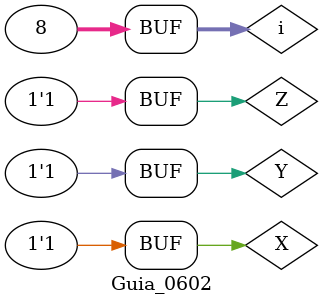
<source format=v>


module g0602 (output s1,
            output s2,
            output s3,
            output s4,
            output s5,
            input  X, Y, Z); // MAXTERMOS
    assign s1 = (~Y|~Z) & (~X|~Z); 
    assign s2 = (~Y|Z) & (~X|Z); 
    assign s3 = (~Y|Z) & (Y|~Z);
    assign s4 = (X|~Y) & (~X|~Y);
    assign s5 = (X|~Y) & (~X|Y) ;
endmodule // g0602

// --------------------- 
// Guia_0602 
// --------------------- 

module Guia_0602; 
    reg   X = 0, Y = 0, Z = 0; 
    wire  s1, s2, s3, s4, s5; 
    integer i = 0; 
    // instancias 
    g0602 EXP (s1, s2, s3, s4, s5, X, Y, Z); 

    // valores iniciais 
    initial begin: start 
        X=1'bx; Y=1'bx; Z=1'bx;   // indefinidos 
    end // start

    // parte principal 
    initial begin: main 
        // identificacao 
        $display("Guia_0602 - Teste ");  
        
        // monitoramento 
        $display("\na.)");
        $display(" X  Y  Z = s1"); 
        $monitor("%2b %2b %2b = %2b", X, Y, Z, s1 ); 
        for (i = 0; i < 8; i = i + 1) begin
            { X, Y, Z } = i;
            #1;
        end // for

        $display("\nb.)");
        $display(" X  Y  Z = s2"); 
        $monitor("%2b %2b %2b = %2b", X, Y, Z, s2 ); 
        for (i = 0; i < 8; i = i + 1) begin
            { X, Y, Z } = i;
            #1;
        end // for

        $display("\nc.)");
        $display(" X  Y  Z = s3"); 
        $monitor("%2b %2b %2b = %2b", X, Y, Z, s3 ); 
        for (i = 0; i < 8; i = i + 1) begin
            { X, Y, Z } = i;
            #1;
        end // for

        $display("\nd.)");
        $display(" X  Y  Z = s4"); 
        $monitor("%2b %2b %2b = %2b", X, Y, Z, s4 );  
        for (i = 0; i < 8; i = i + 1) begin
            { X, Y, Z } = i;
            #1;
        end // for

        $display("\ne.)");
        $display(" X  Y  Z = s5"); 
        $monitor("%2b %2b %2b = %2b", X, Y, Z, s5 );  
        for (i = 0; i < 8; i = i + 1) begin
            { X, Y, Z } = i;
            #1;
        end // for
    end // main

endmodule // Guia_0602 
</source>
